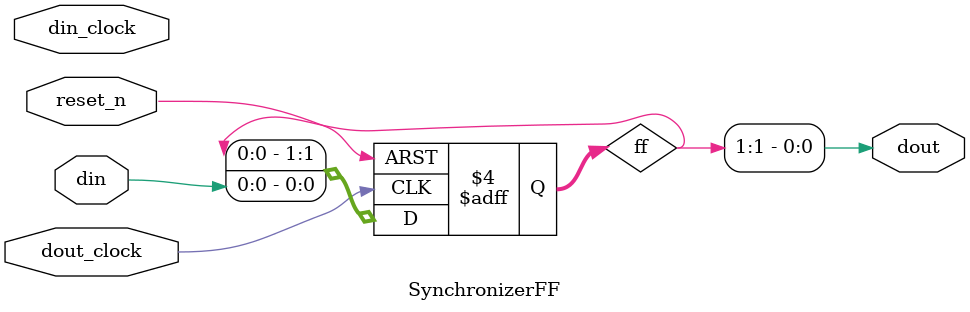
<source format=v>
/*
 * This file is part of the ngDesign SDK.
 *
 * Copyright (c) 2019 Synflow SAS.
 *
 * ngDesign is free software: you can redistribute it and/or modify
 * it under the terms of the GNU General Public License as published by
 * the Free Software Foundation, either version 3 of the License, or
 * (at your option) any later version.
 *
 * ngDesign is distributed in the hope that it will be useful,
 * but WITHOUT ANY WARRANTY; without even the implied warranty of
 * MERCHANTABILITY or FITNESS FOR A PARTICULAR PURPOSE.  See the
 * GNU General Public License for more details.
 *
 * You should have received a copy of the GNU General Public License
 * along with ngDesign.  If not, see <https://www.gnu.org/licenses/>.
 *
 */

/**
 * Title   : Flip-flop synchronizer
 * Authors : Matthieu Wipliez <matthieu.wipliez@synflow.com>
 */
module SynchronizerFF
  #(parameter stages = 2)
  (
    input reset_n,
    input din_clock,
    input dout_clock,
    input din,
    output dout
  );

  /**
   * flip-flop registers
   */
  reg [stages - 1 : 0] ff;

  assign dout = ff[stages - 1];

  integer i;

  always @(negedge reset_n or posedge dout_clock)
    if (~reset_n) begin
      ff <= 0;
    end else begin
      // N-stage shift register
      for (i = stages - 1; i > 0; i = i - 1) begin
        ff[i] <= ff[i - 1];
      end
      ff[0] <= din;
    end

endmodule

</source>
